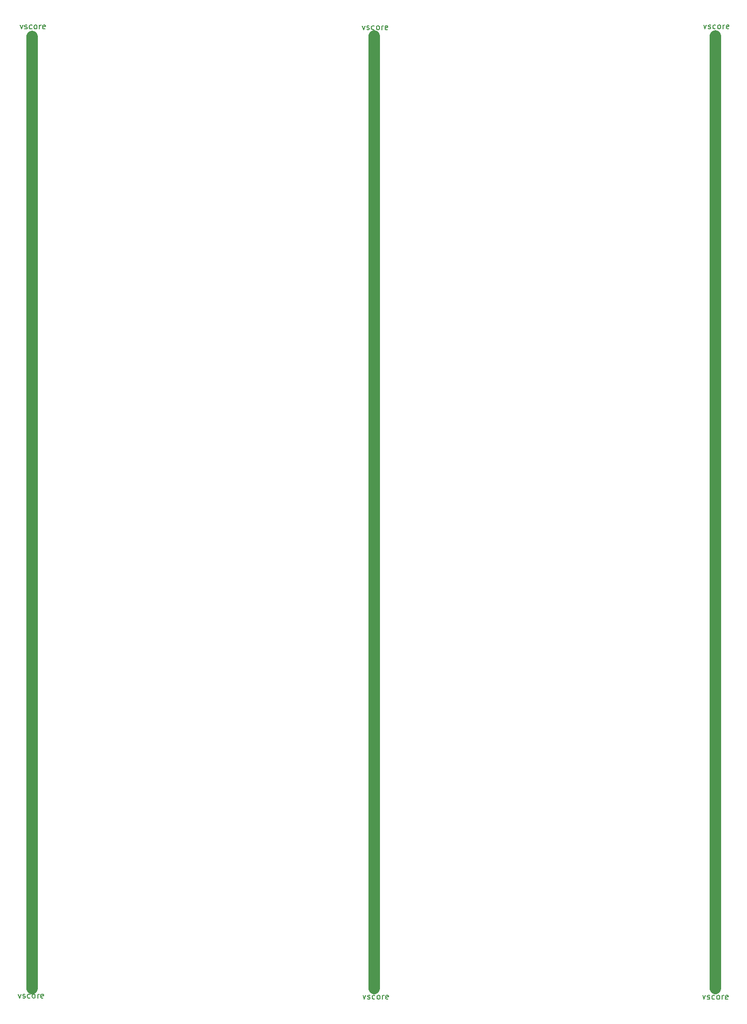
<source format=gbr>
G04 #@! TF.GenerationSoftware,KiCad,Pcbnew,7.0.10*
G04 #@! TF.CreationDate,2024-06-25T17:36:47-05:00*
G04 #@! TF.ProjectId,DMClockPanel,444d436c-6f63-46b5-9061-6e656c2e6b69,rev?*
G04 #@! TF.SameCoordinates,Original*
G04 #@! TF.FileFunction,OtherDrawing,Comment*
%FSLAX46Y46*%
G04 Gerber Fmt 4.6, Leading zero omitted, Abs format (unit mm)*
G04 Created by KiCad (PCBNEW 7.0.10) date 2024-06-25 17:36:47*
%MOMM*%
%LPD*%
G01*
G04 APERTURE LIST*
%ADD10C,2.000000*%
%ADD11C,0.150000*%
G04 APERTURE END LIST*
D10*
X201930000Y-12390000D02*
X201930000Y-180650000D01*
X81140000Y-12400000D02*
X81140000Y-180660000D01*
X141590000Y-180680000D02*
X141590000Y-12390000D01*
D11*
X79051541Y-10443152D02*
X79289636Y-11109819D01*
X79289636Y-11109819D02*
X79527731Y-10443152D01*
X79861065Y-11062200D02*
X79956303Y-11109819D01*
X79956303Y-11109819D02*
X80146779Y-11109819D01*
X80146779Y-11109819D02*
X80242017Y-11062200D01*
X80242017Y-11062200D02*
X80289636Y-10966961D01*
X80289636Y-10966961D02*
X80289636Y-10919342D01*
X80289636Y-10919342D02*
X80242017Y-10824104D01*
X80242017Y-10824104D02*
X80146779Y-10776485D01*
X80146779Y-10776485D02*
X80003922Y-10776485D01*
X80003922Y-10776485D02*
X79908684Y-10728866D01*
X79908684Y-10728866D02*
X79861065Y-10633628D01*
X79861065Y-10633628D02*
X79861065Y-10586009D01*
X79861065Y-10586009D02*
X79908684Y-10490771D01*
X79908684Y-10490771D02*
X80003922Y-10443152D01*
X80003922Y-10443152D02*
X80146779Y-10443152D01*
X80146779Y-10443152D02*
X80242017Y-10490771D01*
X81146779Y-11062200D02*
X81051541Y-11109819D01*
X81051541Y-11109819D02*
X80861065Y-11109819D01*
X80861065Y-11109819D02*
X80765827Y-11062200D01*
X80765827Y-11062200D02*
X80718208Y-11014580D01*
X80718208Y-11014580D02*
X80670589Y-10919342D01*
X80670589Y-10919342D02*
X80670589Y-10633628D01*
X80670589Y-10633628D02*
X80718208Y-10538390D01*
X80718208Y-10538390D02*
X80765827Y-10490771D01*
X80765827Y-10490771D02*
X80861065Y-10443152D01*
X80861065Y-10443152D02*
X81051541Y-10443152D01*
X81051541Y-10443152D02*
X81146779Y-10490771D01*
X81718208Y-11109819D02*
X81622970Y-11062200D01*
X81622970Y-11062200D02*
X81575351Y-11014580D01*
X81575351Y-11014580D02*
X81527732Y-10919342D01*
X81527732Y-10919342D02*
X81527732Y-10633628D01*
X81527732Y-10633628D02*
X81575351Y-10538390D01*
X81575351Y-10538390D02*
X81622970Y-10490771D01*
X81622970Y-10490771D02*
X81718208Y-10443152D01*
X81718208Y-10443152D02*
X81861065Y-10443152D01*
X81861065Y-10443152D02*
X81956303Y-10490771D01*
X81956303Y-10490771D02*
X82003922Y-10538390D01*
X82003922Y-10538390D02*
X82051541Y-10633628D01*
X82051541Y-10633628D02*
X82051541Y-10919342D01*
X82051541Y-10919342D02*
X82003922Y-11014580D01*
X82003922Y-11014580D02*
X81956303Y-11062200D01*
X81956303Y-11062200D02*
X81861065Y-11109819D01*
X81861065Y-11109819D02*
X81718208Y-11109819D01*
X82480113Y-11109819D02*
X82480113Y-10443152D01*
X82480113Y-10633628D02*
X82527732Y-10538390D01*
X82527732Y-10538390D02*
X82575351Y-10490771D01*
X82575351Y-10490771D02*
X82670589Y-10443152D01*
X82670589Y-10443152D02*
X82765827Y-10443152D01*
X83480113Y-11062200D02*
X83384875Y-11109819D01*
X83384875Y-11109819D02*
X83194399Y-11109819D01*
X83194399Y-11109819D02*
X83099161Y-11062200D01*
X83099161Y-11062200D02*
X83051542Y-10966961D01*
X83051542Y-10966961D02*
X83051542Y-10586009D01*
X83051542Y-10586009D02*
X83099161Y-10490771D01*
X83099161Y-10490771D02*
X83194399Y-10443152D01*
X83194399Y-10443152D02*
X83384875Y-10443152D01*
X83384875Y-10443152D02*
X83480113Y-10490771D01*
X83480113Y-10490771D02*
X83527732Y-10586009D01*
X83527732Y-10586009D02*
X83527732Y-10681247D01*
X83527732Y-10681247D02*
X83051542Y-10776485D01*
X78721541Y-181663152D02*
X78959636Y-182329819D01*
X78959636Y-182329819D02*
X79197731Y-181663152D01*
X79531065Y-182282200D02*
X79626303Y-182329819D01*
X79626303Y-182329819D02*
X79816779Y-182329819D01*
X79816779Y-182329819D02*
X79912017Y-182282200D01*
X79912017Y-182282200D02*
X79959636Y-182186961D01*
X79959636Y-182186961D02*
X79959636Y-182139342D01*
X79959636Y-182139342D02*
X79912017Y-182044104D01*
X79912017Y-182044104D02*
X79816779Y-181996485D01*
X79816779Y-181996485D02*
X79673922Y-181996485D01*
X79673922Y-181996485D02*
X79578684Y-181948866D01*
X79578684Y-181948866D02*
X79531065Y-181853628D01*
X79531065Y-181853628D02*
X79531065Y-181806009D01*
X79531065Y-181806009D02*
X79578684Y-181710771D01*
X79578684Y-181710771D02*
X79673922Y-181663152D01*
X79673922Y-181663152D02*
X79816779Y-181663152D01*
X79816779Y-181663152D02*
X79912017Y-181710771D01*
X80816779Y-182282200D02*
X80721541Y-182329819D01*
X80721541Y-182329819D02*
X80531065Y-182329819D01*
X80531065Y-182329819D02*
X80435827Y-182282200D01*
X80435827Y-182282200D02*
X80388208Y-182234580D01*
X80388208Y-182234580D02*
X80340589Y-182139342D01*
X80340589Y-182139342D02*
X80340589Y-181853628D01*
X80340589Y-181853628D02*
X80388208Y-181758390D01*
X80388208Y-181758390D02*
X80435827Y-181710771D01*
X80435827Y-181710771D02*
X80531065Y-181663152D01*
X80531065Y-181663152D02*
X80721541Y-181663152D01*
X80721541Y-181663152D02*
X80816779Y-181710771D01*
X81388208Y-182329819D02*
X81292970Y-182282200D01*
X81292970Y-182282200D02*
X81245351Y-182234580D01*
X81245351Y-182234580D02*
X81197732Y-182139342D01*
X81197732Y-182139342D02*
X81197732Y-181853628D01*
X81197732Y-181853628D02*
X81245351Y-181758390D01*
X81245351Y-181758390D02*
X81292970Y-181710771D01*
X81292970Y-181710771D02*
X81388208Y-181663152D01*
X81388208Y-181663152D02*
X81531065Y-181663152D01*
X81531065Y-181663152D02*
X81626303Y-181710771D01*
X81626303Y-181710771D02*
X81673922Y-181758390D01*
X81673922Y-181758390D02*
X81721541Y-181853628D01*
X81721541Y-181853628D02*
X81721541Y-182139342D01*
X81721541Y-182139342D02*
X81673922Y-182234580D01*
X81673922Y-182234580D02*
X81626303Y-182282200D01*
X81626303Y-182282200D02*
X81531065Y-182329819D01*
X81531065Y-182329819D02*
X81388208Y-182329819D01*
X82150113Y-182329819D02*
X82150113Y-181663152D01*
X82150113Y-181853628D02*
X82197732Y-181758390D01*
X82197732Y-181758390D02*
X82245351Y-181710771D01*
X82245351Y-181710771D02*
X82340589Y-181663152D01*
X82340589Y-181663152D02*
X82435827Y-181663152D01*
X83150113Y-182282200D02*
X83054875Y-182329819D01*
X83054875Y-182329819D02*
X82864399Y-182329819D01*
X82864399Y-182329819D02*
X82769161Y-182282200D01*
X82769161Y-182282200D02*
X82721542Y-182186961D01*
X82721542Y-182186961D02*
X82721542Y-181806009D01*
X82721542Y-181806009D02*
X82769161Y-181710771D01*
X82769161Y-181710771D02*
X82864399Y-181663152D01*
X82864399Y-181663152D02*
X83054875Y-181663152D01*
X83054875Y-181663152D02*
X83150113Y-181710771D01*
X83150113Y-181710771D02*
X83197732Y-181806009D01*
X83197732Y-181806009D02*
X83197732Y-181901247D01*
X83197732Y-181901247D02*
X82721542Y-181996485D01*
X139651541Y-181853152D02*
X139889636Y-182519819D01*
X139889636Y-182519819D02*
X140127731Y-181853152D01*
X140461065Y-182472200D02*
X140556303Y-182519819D01*
X140556303Y-182519819D02*
X140746779Y-182519819D01*
X140746779Y-182519819D02*
X140842017Y-182472200D01*
X140842017Y-182472200D02*
X140889636Y-182376961D01*
X140889636Y-182376961D02*
X140889636Y-182329342D01*
X140889636Y-182329342D02*
X140842017Y-182234104D01*
X140842017Y-182234104D02*
X140746779Y-182186485D01*
X140746779Y-182186485D02*
X140603922Y-182186485D01*
X140603922Y-182186485D02*
X140508684Y-182138866D01*
X140508684Y-182138866D02*
X140461065Y-182043628D01*
X140461065Y-182043628D02*
X140461065Y-181996009D01*
X140461065Y-181996009D02*
X140508684Y-181900771D01*
X140508684Y-181900771D02*
X140603922Y-181853152D01*
X140603922Y-181853152D02*
X140746779Y-181853152D01*
X140746779Y-181853152D02*
X140842017Y-181900771D01*
X141746779Y-182472200D02*
X141651541Y-182519819D01*
X141651541Y-182519819D02*
X141461065Y-182519819D01*
X141461065Y-182519819D02*
X141365827Y-182472200D01*
X141365827Y-182472200D02*
X141318208Y-182424580D01*
X141318208Y-182424580D02*
X141270589Y-182329342D01*
X141270589Y-182329342D02*
X141270589Y-182043628D01*
X141270589Y-182043628D02*
X141318208Y-181948390D01*
X141318208Y-181948390D02*
X141365827Y-181900771D01*
X141365827Y-181900771D02*
X141461065Y-181853152D01*
X141461065Y-181853152D02*
X141651541Y-181853152D01*
X141651541Y-181853152D02*
X141746779Y-181900771D01*
X142318208Y-182519819D02*
X142222970Y-182472200D01*
X142222970Y-182472200D02*
X142175351Y-182424580D01*
X142175351Y-182424580D02*
X142127732Y-182329342D01*
X142127732Y-182329342D02*
X142127732Y-182043628D01*
X142127732Y-182043628D02*
X142175351Y-181948390D01*
X142175351Y-181948390D02*
X142222970Y-181900771D01*
X142222970Y-181900771D02*
X142318208Y-181853152D01*
X142318208Y-181853152D02*
X142461065Y-181853152D01*
X142461065Y-181853152D02*
X142556303Y-181900771D01*
X142556303Y-181900771D02*
X142603922Y-181948390D01*
X142603922Y-181948390D02*
X142651541Y-182043628D01*
X142651541Y-182043628D02*
X142651541Y-182329342D01*
X142651541Y-182329342D02*
X142603922Y-182424580D01*
X142603922Y-182424580D02*
X142556303Y-182472200D01*
X142556303Y-182472200D02*
X142461065Y-182519819D01*
X142461065Y-182519819D02*
X142318208Y-182519819D01*
X143080113Y-182519819D02*
X143080113Y-181853152D01*
X143080113Y-182043628D02*
X143127732Y-181948390D01*
X143127732Y-181948390D02*
X143175351Y-181900771D01*
X143175351Y-181900771D02*
X143270589Y-181853152D01*
X143270589Y-181853152D02*
X143365827Y-181853152D01*
X144080113Y-182472200D02*
X143984875Y-182519819D01*
X143984875Y-182519819D02*
X143794399Y-182519819D01*
X143794399Y-182519819D02*
X143699161Y-182472200D01*
X143699161Y-182472200D02*
X143651542Y-182376961D01*
X143651542Y-182376961D02*
X143651542Y-181996009D01*
X143651542Y-181996009D02*
X143699161Y-181900771D01*
X143699161Y-181900771D02*
X143794399Y-181853152D01*
X143794399Y-181853152D02*
X143984875Y-181853152D01*
X143984875Y-181853152D02*
X144080113Y-181900771D01*
X144080113Y-181900771D02*
X144127732Y-181996009D01*
X144127732Y-181996009D02*
X144127732Y-182091247D01*
X144127732Y-182091247D02*
X143651542Y-182186485D01*
X199841541Y-10403152D02*
X200079636Y-11069819D01*
X200079636Y-11069819D02*
X200317731Y-10403152D01*
X200651065Y-11022200D02*
X200746303Y-11069819D01*
X200746303Y-11069819D02*
X200936779Y-11069819D01*
X200936779Y-11069819D02*
X201032017Y-11022200D01*
X201032017Y-11022200D02*
X201079636Y-10926961D01*
X201079636Y-10926961D02*
X201079636Y-10879342D01*
X201079636Y-10879342D02*
X201032017Y-10784104D01*
X201032017Y-10784104D02*
X200936779Y-10736485D01*
X200936779Y-10736485D02*
X200793922Y-10736485D01*
X200793922Y-10736485D02*
X200698684Y-10688866D01*
X200698684Y-10688866D02*
X200651065Y-10593628D01*
X200651065Y-10593628D02*
X200651065Y-10546009D01*
X200651065Y-10546009D02*
X200698684Y-10450771D01*
X200698684Y-10450771D02*
X200793922Y-10403152D01*
X200793922Y-10403152D02*
X200936779Y-10403152D01*
X200936779Y-10403152D02*
X201032017Y-10450771D01*
X201936779Y-11022200D02*
X201841541Y-11069819D01*
X201841541Y-11069819D02*
X201651065Y-11069819D01*
X201651065Y-11069819D02*
X201555827Y-11022200D01*
X201555827Y-11022200D02*
X201508208Y-10974580D01*
X201508208Y-10974580D02*
X201460589Y-10879342D01*
X201460589Y-10879342D02*
X201460589Y-10593628D01*
X201460589Y-10593628D02*
X201508208Y-10498390D01*
X201508208Y-10498390D02*
X201555827Y-10450771D01*
X201555827Y-10450771D02*
X201651065Y-10403152D01*
X201651065Y-10403152D02*
X201841541Y-10403152D01*
X201841541Y-10403152D02*
X201936779Y-10450771D01*
X202508208Y-11069819D02*
X202412970Y-11022200D01*
X202412970Y-11022200D02*
X202365351Y-10974580D01*
X202365351Y-10974580D02*
X202317732Y-10879342D01*
X202317732Y-10879342D02*
X202317732Y-10593628D01*
X202317732Y-10593628D02*
X202365351Y-10498390D01*
X202365351Y-10498390D02*
X202412970Y-10450771D01*
X202412970Y-10450771D02*
X202508208Y-10403152D01*
X202508208Y-10403152D02*
X202651065Y-10403152D01*
X202651065Y-10403152D02*
X202746303Y-10450771D01*
X202746303Y-10450771D02*
X202793922Y-10498390D01*
X202793922Y-10498390D02*
X202841541Y-10593628D01*
X202841541Y-10593628D02*
X202841541Y-10879342D01*
X202841541Y-10879342D02*
X202793922Y-10974580D01*
X202793922Y-10974580D02*
X202746303Y-11022200D01*
X202746303Y-11022200D02*
X202651065Y-11069819D01*
X202651065Y-11069819D02*
X202508208Y-11069819D01*
X203270113Y-11069819D02*
X203270113Y-10403152D01*
X203270113Y-10593628D02*
X203317732Y-10498390D01*
X203317732Y-10498390D02*
X203365351Y-10450771D01*
X203365351Y-10450771D02*
X203460589Y-10403152D01*
X203460589Y-10403152D02*
X203555827Y-10403152D01*
X204270113Y-11022200D02*
X204174875Y-11069819D01*
X204174875Y-11069819D02*
X203984399Y-11069819D01*
X203984399Y-11069819D02*
X203889161Y-11022200D01*
X203889161Y-11022200D02*
X203841542Y-10926961D01*
X203841542Y-10926961D02*
X203841542Y-10546009D01*
X203841542Y-10546009D02*
X203889161Y-10450771D01*
X203889161Y-10450771D02*
X203984399Y-10403152D01*
X203984399Y-10403152D02*
X204174875Y-10403152D01*
X204174875Y-10403152D02*
X204270113Y-10450771D01*
X204270113Y-10450771D02*
X204317732Y-10546009D01*
X204317732Y-10546009D02*
X204317732Y-10641247D01*
X204317732Y-10641247D02*
X203841542Y-10736485D01*
X199681541Y-181883152D02*
X199919636Y-182549819D01*
X199919636Y-182549819D02*
X200157731Y-181883152D01*
X200491065Y-182502200D02*
X200586303Y-182549819D01*
X200586303Y-182549819D02*
X200776779Y-182549819D01*
X200776779Y-182549819D02*
X200872017Y-182502200D01*
X200872017Y-182502200D02*
X200919636Y-182406961D01*
X200919636Y-182406961D02*
X200919636Y-182359342D01*
X200919636Y-182359342D02*
X200872017Y-182264104D01*
X200872017Y-182264104D02*
X200776779Y-182216485D01*
X200776779Y-182216485D02*
X200633922Y-182216485D01*
X200633922Y-182216485D02*
X200538684Y-182168866D01*
X200538684Y-182168866D02*
X200491065Y-182073628D01*
X200491065Y-182073628D02*
X200491065Y-182026009D01*
X200491065Y-182026009D02*
X200538684Y-181930771D01*
X200538684Y-181930771D02*
X200633922Y-181883152D01*
X200633922Y-181883152D02*
X200776779Y-181883152D01*
X200776779Y-181883152D02*
X200872017Y-181930771D01*
X201776779Y-182502200D02*
X201681541Y-182549819D01*
X201681541Y-182549819D02*
X201491065Y-182549819D01*
X201491065Y-182549819D02*
X201395827Y-182502200D01*
X201395827Y-182502200D02*
X201348208Y-182454580D01*
X201348208Y-182454580D02*
X201300589Y-182359342D01*
X201300589Y-182359342D02*
X201300589Y-182073628D01*
X201300589Y-182073628D02*
X201348208Y-181978390D01*
X201348208Y-181978390D02*
X201395827Y-181930771D01*
X201395827Y-181930771D02*
X201491065Y-181883152D01*
X201491065Y-181883152D02*
X201681541Y-181883152D01*
X201681541Y-181883152D02*
X201776779Y-181930771D01*
X202348208Y-182549819D02*
X202252970Y-182502200D01*
X202252970Y-182502200D02*
X202205351Y-182454580D01*
X202205351Y-182454580D02*
X202157732Y-182359342D01*
X202157732Y-182359342D02*
X202157732Y-182073628D01*
X202157732Y-182073628D02*
X202205351Y-181978390D01*
X202205351Y-181978390D02*
X202252970Y-181930771D01*
X202252970Y-181930771D02*
X202348208Y-181883152D01*
X202348208Y-181883152D02*
X202491065Y-181883152D01*
X202491065Y-181883152D02*
X202586303Y-181930771D01*
X202586303Y-181930771D02*
X202633922Y-181978390D01*
X202633922Y-181978390D02*
X202681541Y-182073628D01*
X202681541Y-182073628D02*
X202681541Y-182359342D01*
X202681541Y-182359342D02*
X202633922Y-182454580D01*
X202633922Y-182454580D02*
X202586303Y-182502200D01*
X202586303Y-182502200D02*
X202491065Y-182549819D01*
X202491065Y-182549819D02*
X202348208Y-182549819D01*
X203110113Y-182549819D02*
X203110113Y-181883152D01*
X203110113Y-182073628D02*
X203157732Y-181978390D01*
X203157732Y-181978390D02*
X203205351Y-181930771D01*
X203205351Y-181930771D02*
X203300589Y-181883152D01*
X203300589Y-181883152D02*
X203395827Y-181883152D01*
X204110113Y-182502200D02*
X204014875Y-182549819D01*
X204014875Y-182549819D02*
X203824399Y-182549819D01*
X203824399Y-182549819D02*
X203729161Y-182502200D01*
X203729161Y-182502200D02*
X203681542Y-182406961D01*
X203681542Y-182406961D02*
X203681542Y-182026009D01*
X203681542Y-182026009D02*
X203729161Y-181930771D01*
X203729161Y-181930771D02*
X203824399Y-181883152D01*
X203824399Y-181883152D02*
X204014875Y-181883152D01*
X204014875Y-181883152D02*
X204110113Y-181930771D01*
X204110113Y-181930771D02*
X204157732Y-182026009D01*
X204157732Y-182026009D02*
X204157732Y-182121247D01*
X204157732Y-182121247D02*
X203681542Y-182216485D01*
X139541541Y-10563152D02*
X139779636Y-11229819D01*
X139779636Y-11229819D02*
X140017731Y-10563152D01*
X140351065Y-11182200D02*
X140446303Y-11229819D01*
X140446303Y-11229819D02*
X140636779Y-11229819D01*
X140636779Y-11229819D02*
X140732017Y-11182200D01*
X140732017Y-11182200D02*
X140779636Y-11086961D01*
X140779636Y-11086961D02*
X140779636Y-11039342D01*
X140779636Y-11039342D02*
X140732017Y-10944104D01*
X140732017Y-10944104D02*
X140636779Y-10896485D01*
X140636779Y-10896485D02*
X140493922Y-10896485D01*
X140493922Y-10896485D02*
X140398684Y-10848866D01*
X140398684Y-10848866D02*
X140351065Y-10753628D01*
X140351065Y-10753628D02*
X140351065Y-10706009D01*
X140351065Y-10706009D02*
X140398684Y-10610771D01*
X140398684Y-10610771D02*
X140493922Y-10563152D01*
X140493922Y-10563152D02*
X140636779Y-10563152D01*
X140636779Y-10563152D02*
X140732017Y-10610771D01*
X141636779Y-11182200D02*
X141541541Y-11229819D01*
X141541541Y-11229819D02*
X141351065Y-11229819D01*
X141351065Y-11229819D02*
X141255827Y-11182200D01*
X141255827Y-11182200D02*
X141208208Y-11134580D01*
X141208208Y-11134580D02*
X141160589Y-11039342D01*
X141160589Y-11039342D02*
X141160589Y-10753628D01*
X141160589Y-10753628D02*
X141208208Y-10658390D01*
X141208208Y-10658390D02*
X141255827Y-10610771D01*
X141255827Y-10610771D02*
X141351065Y-10563152D01*
X141351065Y-10563152D02*
X141541541Y-10563152D01*
X141541541Y-10563152D02*
X141636779Y-10610771D01*
X142208208Y-11229819D02*
X142112970Y-11182200D01*
X142112970Y-11182200D02*
X142065351Y-11134580D01*
X142065351Y-11134580D02*
X142017732Y-11039342D01*
X142017732Y-11039342D02*
X142017732Y-10753628D01*
X142017732Y-10753628D02*
X142065351Y-10658390D01*
X142065351Y-10658390D02*
X142112970Y-10610771D01*
X142112970Y-10610771D02*
X142208208Y-10563152D01*
X142208208Y-10563152D02*
X142351065Y-10563152D01*
X142351065Y-10563152D02*
X142446303Y-10610771D01*
X142446303Y-10610771D02*
X142493922Y-10658390D01*
X142493922Y-10658390D02*
X142541541Y-10753628D01*
X142541541Y-10753628D02*
X142541541Y-11039342D01*
X142541541Y-11039342D02*
X142493922Y-11134580D01*
X142493922Y-11134580D02*
X142446303Y-11182200D01*
X142446303Y-11182200D02*
X142351065Y-11229819D01*
X142351065Y-11229819D02*
X142208208Y-11229819D01*
X142970113Y-11229819D02*
X142970113Y-10563152D01*
X142970113Y-10753628D02*
X143017732Y-10658390D01*
X143017732Y-10658390D02*
X143065351Y-10610771D01*
X143065351Y-10610771D02*
X143160589Y-10563152D01*
X143160589Y-10563152D02*
X143255827Y-10563152D01*
X143970113Y-11182200D02*
X143874875Y-11229819D01*
X143874875Y-11229819D02*
X143684399Y-11229819D01*
X143684399Y-11229819D02*
X143589161Y-11182200D01*
X143589161Y-11182200D02*
X143541542Y-11086961D01*
X143541542Y-11086961D02*
X143541542Y-10706009D01*
X143541542Y-10706009D02*
X143589161Y-10610771D01*
X143589161Y-10610771D02*
X143684399Y-10563152D01*
X143684399Y-10563152D02*
X143874875Y-10563152D01*
X143874875Y-10563152D02*
X143970113Y-10610771D01*
X143970113Y-10610771D02*
X144017732Y-10706009D01*
X144017732Y-10706009D02*
X144017732Y-10801247D01*
X144017732Y-10801247D02*
X143541542Y-10896485D01*
M02*

</source>
